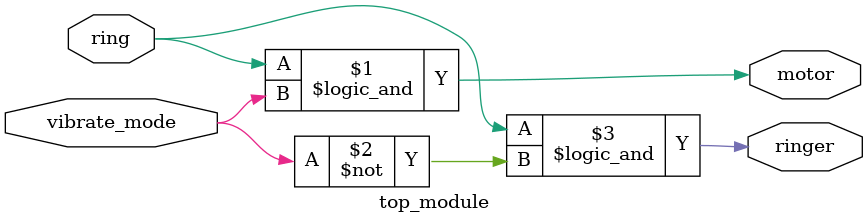
<source format=v>
module top_module (
    input wire ring,
    input wire vibrate_mode,
    output wire ringer,
    output wire motor
);
    // Control logic for motor and ringer
    assign motor = ring && vibrate_mode;
    assign ringer = ring && ~vibrate_mode;

endmodule
</source>
